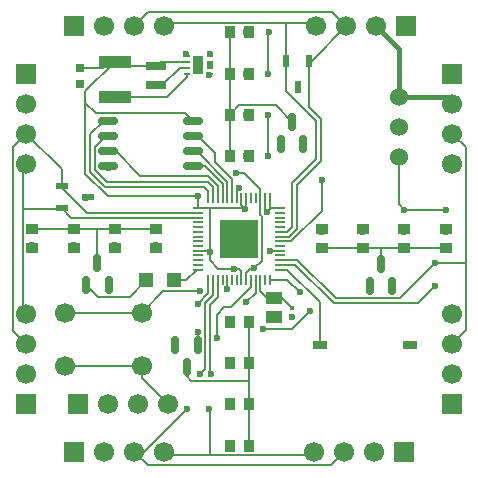
<source format=gbr>
%TF.GenerationSoftware,KiCad,Pcbnew,9.0.6*%
%TF.CreationDate,2025-12-07T19:20:43-08:00*%
%TF.ProjectId,redstone,72656473-746f-46e6-952e-6b696361645f,rev?*%
%TF.SameCoordinates,Original*%
%TF.FileFunction,Copper,L1,Top*%
%TF.FilePolarity,Positive*%
%FSLAX46Y46*%
G04 Gerber Fmt 4.6, Leading zero omitted, Abs format (unit mm)*
G04 Created by KiCad (PCBNEW 9.0.6) date 2025-12-07 19:20:43*
%MOMM*%
%LPD*%
G01*
G04 APERTURE LIST*
G04 Aperture macros list*
%AMRoundRect*
0 Rectangle with rounded corners*
0 $1 Rounding radius*
0 $2 $3 $4 $5 $6 $7 $8 $9 X,Y pos of 4 corners*
0 Add a 4 corners polygon primitive as box body*
4,1,4,$2,$3,$4,$5,$6,$7,$8,$9,$2,$3,0*
0 Add four circle primitives for the rounded corners*
1,1,$1+$1,$2,$3*
1,1,$1+$1,$4,$5*
1,1,$1+$1,$6,$7*
1,1,$1+$1,$8,$9*
0 Add four rect primitives between the rounded corners*
20,1,$1+$1,$2,$3,$4,$5,0*
20,1,$1+$1,$4,$5,$6,$7,0*
20,1,$1+$1,$6,$7,$8,$9,0*
20,1,$1+$1,$8,$9,$2,$3,0*%
G04 Aperture macros list end*
%TA.AperFunction,SMDPad,CuDef*%
%ADD10R,1.000000X0.950000*%
%TD*%
%TA.AperFunction,ComponentPad*%
%ADD11C,1.524000*%
%TD*%
%TA.AperFunction,SMDPad,CuDef*%
%ADD12R,0.950000X1.000000*%
%TD*%
%TA.AperFunction,SMDPad,CuDef*%
%ADD13RoundRect,0.150000X-0.150000X0.587500X-0.150000X-0.587500X0.150000X-0.587500X0.150000X0.587500X0*%
%TD*%
%TA.AperFunction,ComponentPad*%
%ADD14C,1.700000*%
%TD*%
%TA.AperFunction,SMDPad,CuDef*%
%ADD15RoundRect,0.062500X0.187500X0.062500X-0.187500X0.062500X-0.187500X-0.062500X0.187500X-0.062500X0*%
%TD*%
%TA.AperFunction,HeatsinkPad*%
%ADD16C,0.600000*%
%TD*%
%TA.AperFunction,SMDPad,CuDef*%
%ADD17R,0.900000X1.600000*%
%TD*%
%TA.AperFunction,SMDPad,CuDef*%
%ADD18RoundRect,0.150000X0.150000X-0.587500X0.150000X0.587500X-0.150000X0.587500X-0.150000X-0.587500X0*%
%TD*%
%TA.AperFunction,ComponentPad*%
%ADD19R,1.700000X1.700000*%
%TD*%
%TA.AperFunction,SMDPad,CuDef*%
%ADD20R,0.420000X0.460000*%
%TD*%
%TA.AperFunction,SMDPad,CuDef*%
%ADD21R,1.800000X0.800000*%
%TD*%
%TA.AperFunction,SMDPad,CuDef*%
%ADD22R,1.150000X1.250000*%
%TD*%
%TA.AperFunction,SMDPad,CuDef*%
%ADD23R,0.700000X0.650000*%
%TD*%
%TA.AperFunction,SMDPad,CuDef*%
%ADD24R,2.700000X1.100000*%
%TD*%
%TA.AperFunction,SMDPad,CuDef*%
%ADD25R,1.100000X0.600000*%
%TD*%
%TA.AperFunction,SMDPad,CuDef*%
%ADD26RoundRect,0.162500X-0.650000X-0.162500X0.650000X-0.162500X0.650000X0.162500X-0.650000X0.162500X0*%
%TD*%
%TA.AperFunction,SMDPad,CuDef*%
%ADD27RoundRect,0.050000X-0.387500X-0.050000X0.387500X-0.050000X0.387500X0.050000X-0.387500X0.050000X0*%
%TD*%
%TA.AperFunction,SMDPad,CuDef*%
%ADD28RoundRect,0.050000X-0.050000X-0.387500X0.050000X-0.387500X0.050000X0.387500X-0.050000X0.387500X0*%
%TD*%
%TA.AperFunction,HeatsinkPad*%
%ADD29R,3.200000X3.200000*%
%TD*%
%TA.AperFunction,SMDPad,CuDef*%
%ADD30R,1.470000X1.020000*%
%TD*%
%TA.AperFunction,SMDPad,CuDef*%
%ADD31R,0.600000X1.100000*%
%TD*%
%TA.AperFunction,SMDPad,CuDef*%
%ADD32R,1.270000X0.760000*%
%TD*%
%TA.AperFunction,ViaPad*%
%ADD33C,0.600000*%
%TD*%
%TA.AperFunction,Conductor*%
%ADD34C,0.200000*%
%TD*%
%TA.AperFunction,Conductor*%
%ADD35C,0.400000*%
%TD*%
G04 APERTURE END LIST*
D10*
%TO.P,D5,1,K*%
%TO.N,Net-(D5-K)*%
X152500000Y-55800000D03*
%TO.P,D5,2,A*%
%TO.N,Net-(D5-A)*%
X152500000Y-54200000D03*
%TD*%
D11*
%TO.P,U2,1,Vin*%
%TO.N,VCC*%
X148500000Y-43000000D03*
%TO.P,U2,2,GND*%
%TO.N,GND*%
X148500000Y-45540000D03*
%TO.P,U2,3,Vout*%
%TO.N,/5V_LOCAL*%
X148500000Y-48080000D03*
%TD*%
D12*
%TO.P,D2,1,K*%
%TO.N,Net-(D1-K)*%
X134200000Y-41000000D03*
%TO.P,D2,2,A*%
%TO.N,Net-(D2-A)*%
X135800000Y-41000000D03*
%TD*%
%TO.P,D4,1,K*%
%TO.N,Net-(D1-K)*%
X134200000Y-48000000D03*
%TO.P,D4,2,A*%
%TO.N,Net-(D4-A)*%
X135800000Y-48000000D03*
%TD*%
D10*
%TO.P,D8,1,K*%
%TO.N,Net-(D5-K)*%
X142000000Y-55800000D03*
%TO.P,D8,2,A*%
%TO.N,Net-(D8-A)*%
X142000000Y-54200000D03*
%TD*%
D12*
%TO.P,D3,1,K*%
%TO.N,Net-(D1-K)*%
X134200000Y-44500000D03*
%TO.P,D3,2,A*%
%TO.N,Net-(D3-A)*%
X135800000Y-44500000D03*
%TD*%
D13*
%TO.P,Q3,1,B*%
%TO.N,Net-(Q3-B)*%
X131500000Y-64000000D03*
%TO.P,Q3,2,E*%
%TO.N,GND*%
X129600000Y-64000000D03*
%TO.P,Q3,3,C*%
%TO.N,Net-(D10-K)*%
X130550000Y-65875000D03*
%TD*%
D14*
%TO.P,SW1,1,A*%
%TO.N,/3.3V_LOCAL*%
X126750000Y-65750000D03*
X120250000Y-65750000D03*
%TO.P,SW1,2,B*%
%TO.N,Net-(SW1-B)*%
X126750000Y-61250000D03*
X120250000Y-61250000D03*
%TD*%
D15*
%TO.P,U3,1,PGND*%
%TO.N,GND*%
X132500000Y-41000000D03*
%TO.P,U3,2,VIN*%
%TO.N,/5V_LOCAL*%
X132500000Y-40500000D03*
%TO.P,U3,3,EN*%
X132500000Y-40000000D03*
%TO.P,U3,4,AGND*%
%TO.N,GND*%
X132500000Y-39500000D03*
%TO.P,U3,5,FB*%
X130600000Y-39500000D03*
%TO.P,U3,6,VOS*%
%TO.N,/3.3V_LOCAL*%
X130600000Y-40000000D03*
%TO.P,U3,7,SW*%
%TO.N,Net-(U3-SW)*%
X130600000Y-40500000D03*
%TO.P,U3,8,PG*%
%TO.N,Net-(U3-PG)*%
X130600000Y-41000000D03*
D16*
%TO.P,U3,9,PAD*%
%TO.N,GND*%
X131550000Y-40750000D03*
D17*
X131550000Y-40250000D03*
D16*
X131550000Y-39750000D03*
%TD*%
D18*
%TO.P,Q2,1,B*%
%TO.N,Net-(Q2-B)*%
X146050000Y-59000000D03*
%TO.P,Q2,2,E*%
%TO.N,GND*%
X147950000Y-59000000D03*
%TO.P,Q2,3,C*%
%TO.N,Net-(D5-K)*%
X147000000Y-57125000D03*
%TD*%
D19*
%TO.P,J9,1,Pin_1*%
%TO.N,GND*%
X121380000Y-69000000D03*
D14*
%TO.P,J9,2,Pin_2*%
%TO.N,Net-(J9-Pin_2)*%
X123920000Y-69000000D03*
%TO.P,J9,3,Pin_3*%
%TO.N,Net-(J9-Pin_3)*%
X126460000Y-69000000D03*
%TO.P,J9,4,Pin_4*%
%TO.N,/3.3V_LOCAL*%
X129000000Y-69000000D03*
%TD*%
D20*
%TO.P,C7,1,1*%
%TO.N,Net-(SW1-B)*%
X139500000Y-60840000D03*
%TO.P,C7,2,2*%
%TO.N,GND*%
X139500000Y-61500000D03*
%TD*%
D19*
%TO.P,J8,1,Pin_1*%
%TO.N,GND*%
X116975000Y-69000000D03*
D14*
%TO.P,J8,2,Pin_2*%
%TO.N,VCC*%
X116975000Y-66460000D03*
%TO.P,J8,3,Pin_3*%
%TO.N,/W_TX*%
X116975000Y-63920000D03*
%TO.P,J8,4,Pin_4*%
%TO.N,/W_RX*%
X116975000Y-61380000D03*
%TD*%
D19*
%TO.P,J4,1,Pin_1*%
%TO.N,GND*%
X153000000Y-69000000D03*
D14*
%TO.P,J4,2,Pin_2*%
%TO.N,VCC*%
X153000000Y-66460000D03*
%TO.P,J4,3,Pin_3*%
%TO.N,/E_TX*%
X153000000Y-63920000D03*
%TO.P,J4,4,Pin_4*%
%TO.N,/E_RX*%
X153000000Y-61380000D03*
%TD*%
D21*
%TO.P,L1,1,1*%
%TO.N,/3.3V_LOCAL*%
X128000000Y-40400000D03*
%TO.P,L1,2,2*%
%TO.N,Net-(U3-SW)*%
X128000000Y-42000000D03*
%TD*%
D22*
%TO.P,R21,1*%
%TO.N,Net-(Q4-B)*%
X127150000Y-58500000D03*
%TO.P,R21,2*%
%TO.N,Net-(U1-GPIO11)*%
X129500000Y-58500000D03*
%TD*%
D12*
%TO.P,D1,1,K*%
%TO.N,Net-(D1-K)*%
X134200000Y-37500000D03*
%TO.P,D1,2,A*%
%TO.N,Net-(D1-A)*%
X135800000Y-37500000D03*
%TD*%
D18*
%TO.P,Q4,1,B*%
%TO.N,Net-(Q4-B)*%
X122050000Y-58875000D03*
%TO.P,Q4,2,E*%
%TO.N,GND*%
X123950000Y-58875000D03*
%TO.P,Q4,3,C*%
%TO.N,Net-(D13-K)*%
X123000000Y-57000000D03*
%TD*%
D19*
%TO.P,J1,1,Pin_1*%
%TO.N,GND*%
X121000000Y-37000000D03*
D14*
%TO.P,J1,2,Pin_2*%
%TO.N,VCC*%
X123540000Y-37000000D03*
%TO.P,J1,3,Pin_3*%
%TO.N,/N_TX*%
X126080000Y-37000000D03*
%TO.P,J1,4,Pin_4*%
%TO.N,/N_RX*%
X128620000Y-37000000D03*
%TD*%
D12*
%TO.P,D10,1,K*%
%TO.N,Net-(D10-K)*%
X135800000Y-69000000D03*
%TO.P,D10,2,A*%
%TO.N,Net-(D10-A)*%
X134200000Y-69000000D03*
%TD*%
D23*
%TO.P,C5,1,1*%
%TO.N,/3.3V_LOCAL*%
X121500000Y-40500000D03*
%TO.P,C5,2,2*%
%TO.N,GND*%
X121500000Y-41850000D03*
%TD*%
D10*
%TO.P,D16,1,K*%
%TO.N,Net-(D13-K)*%
X128000000Y-54200000D03*
%TO.P,D16,2,A*%
%TO.N,Net-(D16-A)*%
X128000000Y-55800000D03*
%TD*%
D24*
%TO.P,R17,1*%
%TO.N,/3.3V_LOCAL*%
X124500000Y-40000000D03*
%TO.P,R17,2*%
%TO.N,Net-(U3-PG)*%
X124500000Y-43000000D03*
%TD*%
D19*
%TO.P,J2,1,Pin_1*%
%TO.N,GND*%
X149120000Y-37000000D03*
D14*
%TO.P,J2,2,Pin_2*%
%TO.N,VCC*%
X146580000Y-37000000D03*
%TO.P,J2,3,Pin_3*%
%TO.N,/N_TX*%
X144040000Y-37000000D03*
%TO.P,J2,4,Pin_4*%
%TO.N,/N_RX*%
X141500000Y-37000000D03*
%TD*%
D25*
%TO.P,D21,1,K1*%
%TO.N,/W_TX*%
X120000000Y-50500000D03*
%TO.P,D21,2,K2*%
%TO.N,/W_RX*%
X120000000Y-52400000D03*
%TO.P,D21,3,COM_A*%
%TO.N,GND*%
X122200000Y-51450000D03*
%TD*%
D10*
%TO.P,D13,1,K*%
%TO.N,Net-(D13-K)*%
X117500000Y-54200000D03*
%TO.P,D13,2,A*%
%TO.N,Net-(D13-A)*%
X117500000Y-55800000D03*
%TD*%
D12*
%TO.P,D9,1,K*%
%TO.N,Net-(D10-K)*%
X135800000Y-72500000D03*
%TO.P,D9,2,A*%
%TO.N,Net-(D9-A)*%
X134200000Y-72500000D03*
%TD*%
%TO.P,D12,1,K*%
%TO.N,Net-(D10-K)*%
X135800000Y-62000000D03*
%TO.P,D12,2,A*%
%TO.N,Net-(D12-A)*%
X134200000Y-62000000D03*
%TD*%
D10*
%TO.P,D6,1,K*%
%TO.N,Net-(D5-K)*%
X149000000Y-55800000D03*
%TO.P,D6,2,A*%
%TO.N,Net-(D6-A)*%
X149000000Y-54200000D03*
%TD*%
%TO.P,D15,1,K*%
%TO.N,Net-(D13-K)*%
X124500000Y-54200000D03*
%TO.P,D15,2,A*%
%TO.N,Net-(D15-A)*%
X124500000Y-55800000D03*
%TD*%
D12*
%TO.P,D11,1,K*%
%TO.N,Net-(D10-K)*%
X135800000Y-65500000D03*
%TO.P,D11,2,A*%
%TO.N,Net-(D11-A)*%
X134200000Y-65500000D03*
%TD*%
D26*
%TO.P,U5,1,~{CS}*%
%TO.N,Net-(U1-QSPI_SS)*%
X123912500Y-45000000D03*
%TO.P,U5,2,DO/IO_{1}*%
%TO.N,Net-(U1-QSPI_SD1)*%
X123912500Y-46270000D03*
%TO.P,U5,3,~{WP}/IO_{2}*%
%TO.N,Net-(U1-QSPI_SD2)*%
X123912500Y-47540000D03*
%TO.P,U5,4,GND*%
%TO.N,GND*%
X123912500Y-48810000D03*
%TO.P,U5,5,DI/IO_{0}*%
%TO.N,Net-(U1-QSPI_SD0)*%
X131087500Y-48810000D03*
%TO.P,U5,6,CLK*%
%TO.N,Net-(U1-QSPI_SCLK)*%
X131087500Y-47540000D03*
%TO.P,U5,7,~{HOLD}/~{RESET}/IO_{3}*%
%TO.N,Net-(U1-QSPI_SD3)*%
X131087500Y-46270000D03*
%TO.P,U5,8,VCC*%
%TO.N,/3.3V_LOCAL*%
X131087500Y-45000000D03*
%TD*%
D19*
%TO.P,J6,1,Pin_1*%
%TO.N,GND*%
X149000000Y-73025000D03*
D14*
%TO.P,J6,2,Pin_2*%
%TO.N,VCC*%
X146460000Y-73025000D03*
%TO.P,J6,3,Pin_3*%
%TO.N,/S_TX*%
X143920000Y-73025000D03*
%TO.P,J6,4,Pin_4*%
%TO.N,/S_RX*%
X141380000Y-73025000D03*
%TD*%
D27*
%TO.P,U1,1,IOVDD*%
%TO.N,/3.3V_LOCAL*%
X131562500Y-52400000D03*
%TO.P,U1,2,GPIO0*%
%TO.N,/W_TX*%
X131562500Y-52800001D03*
%TO.P,U1,3,GPIO1*%
%TO.N,/W_RX*%
X131562500Y-53200000D03*
%TO.P,U1,4,GPIO2*%
%TO.N,unconnected-(U1-GPIO2-Pad4)*%
X131562500Y-53600000D03*
%TO.P,U1,5,GPIO3*%
%TO.N,unconnected-(U1-GPIO3-Pad5)*%
X131562500Y-54000000D03*
%TO.P,U1,6,GPIO4*%
%TO.N,unconnected-(U1-GPIO4-Pad6)*%
X131562500Y-54399999D03*
%TO.P,U1,7,GPIO5*%
%TO.N,unconnected-(U1-GPIO5-Pad7)*%
X131562500Y-54800000D03*
%TO.P,U1,8,GPIO6*%
%TO.N,unconnected-(U1-GPIO6-Pad8)*%
X131562500Y-55200000D03*
%TO.P,U1,9,GPIO7*%
%TO.N,unconnected-(U1-GPIO7-Pad9)*%
X131562500Y-55600001D03*
%TO.P,U1,10,IOVDD*%
%TO.N,/3.3V_LOCAL*%
X131562500Y-56000000D03*
%TO.P,U1,11,GPIO8*%
%TO.N,unconnected-(U1-GPIO8-Pad11)*%
X131562500Y-56400000D03*
%TO.P,U1,12,GPIO9*%
%TO.N,unconnected-(U1-GPIO9-Pad12)*%
X131562500Y-56800000D03*
%TO.P,U1,13,GPIO10*%
%TO.N,unconnected-(U1-GPIO10-Pad13)*%
X131562500Y-57199999D03*
%TO.P,U1,14,GPIO11*%
%TO.N,Net-(U1-GPIO11)*%
X131562500Y-57600000D03*
D28*
%TO.P,U1,15,GPIO12*%
%TO.N,Net-(U1-GPIO12)*%
X132400000Y-58437500D03*
%TO.P,U1,16,GPIO13*%
%TO.N,/S_TX*%
X132800001Y-58437500D03*
%TO.P,U1,17,GPIO14*%
%TO.N,/S_RX*%
X133200000Y-58437500D03*
%TO.P,U1,18,GPIO15*%
%TO.N,unconnected-(U1-GPIO15-Pad18)*%
X133600000Y-58437500D03*
%TO.P,U1,19,TESTEN*%
%TO.N,GND*%
X134000000Y-58437500D03*
%TO.P,U1,20,XIN*%
%TO.N,unconnected-(U1-XIN-Pad20)*%
X134399999Y-58437500D03*
%TO.P,U1,21,XOUT*%
%TO.N,unconnected-(U1-XOUT-Pad21)*%
X134800000Y-58437500D03*
%TO.P,U1,22,IOVDD*%
%TO.N,/3.3V_LOCAL*%
X135200000Y-58437500D03*
%TO.P,U1,23,DVDD*%
%TO.N,Net-(U1-VREG_VOUT)*%
X135600001Y-58437500D03*
%TO.P,U1,24,SWCLK*%
%TO.N,Net-(J9-Pin_3)*%
X136000000Y-58437500D03*
%TO.P,U1,25,SWD*%
%TO.N,Net-(J9-Pin_2)*%
X136400000Y-58437500D03*
%TO.P,U1,26,RUN*%
%TO.N,Net-(SW1-B)*%
X136800000Y-58437500D03*
%TO.P,U1,27,GPIO16*%
%TO.N,unconnected-(U1-GPIO16-Pad27)*%
X137199999Y-58437500D03*
%TO.P,U1,28,GPIO17*%
%TO.N,Net-(U1-GPIO17)*%
X137600000Y-58437500D03*
D27*
%TO.P,U1,29,GPIO18*%
%TO.N,Net-(U1-GPIO18)*%
X138437500Y-57600000D03*
%TO.P,U1,30,GPIO19*%
%TO.N,/E_RX*%
X138437500Y-57199999D03*
%TO.P,U1,31,GPIO20*%
%TO.N,/E_TX*%
X138437500Y-56800000D03*
%TO.P,U1,32,GPIO21*%
%TO.N,unconnected-(U1-GPIO21-Pad32)*%
X138437500Y-56400000D03*
%TO.P,U1,33,IOVDD*%
%TO.N,/3.3V_LOCAL*%
X138437500Y-56000000D03*
%TO.P,U1,34,GPIO22*%
%TO.N,unconnected-(U1-GPIO22-Pad34)*%
X138437500Y-55600001D03*
%TO.P,U1,35,GPIO23*%
%TO.N,Net-(U1-GPIO23)*%
X138437500Y-55200000D03*
%TO.P,U1,36,GPIO24*%
%TO.N,/N_TX*%
X138437500Y-54800000D03*
%TO.P,U1,37,GPIO25*%
%TO.N,/N_RX*%
X138437500Y-54399999D03*
%TO.P,U1,38,GPIO26_ADC0*%
%TO.N,unconnected-(U1-GPIO26_ADC0-Pad38)*%
X138437500Y-54000000D03*
%TO.P,U1,39,GPIO27_ADC1*%
%TO.N,unconnected-(U1-GPIO27_ADC1-Pad39)*%
X138437500Y-53600000D03*
%TO.P,U1,40,GPIO28_ADC2*%
%TO.N,unconnected-(U1-GPIO28_ADC2-Pad40)*%
X138437500Y-53200000D03*
%TO.P,U1,41,GPIO29_ADC3*%
%TO.N,unconnected-(U1-GPIO29_ADC3-Pad41)*%
X138437500Y-52800001D03*
%TO.P,U1,42,IOVDD*%
%TO.N,/3.3V_LOCAL*%
X138437500Y-52400000D03*
D28*
%TO.P,U1,43,ADC_AVDD*%
X137600000Y-51562500D03*
%TO.P,U1,44,VREG_IN*%
X137199999Y-51562500D03*
%TO.P,U1,45,VREG_VOUT*%
%TO.N,Net-(U1-VREG_VOUT)*%
X136800000Y-51562500D03*
%TO.P,U1,46,USB_DM*%
%TO.N,unconnected-(U1-USB_DM-Pad46)*%
X136400000Y-51562500D03*
%TO.P,U1,47,USB_DP*%
%TO.N,unconnected-(U1-USB_DP-Pad47)*%
X136000000Y-51562500D03*
%TO.P,U1,48,USB_VDD*%
%TO.N,/3.3V_LOCAL*%
X135600001Y-51562500D03*
%TO.P,U1,49,IOVDD*%
X135200000Y-51562500D03*
%TO.P,U1,50,DVDD*%
%TO.N,Net-(U1-VREG_VOUT)*%
X134800000Y-51562500D03*
%TO.P,U1,51,QSPI_SD3*%
%TO.N,Net-(U1-QSPI_SD3)*%
X134399999Y-51562500D03*
%TO.P,U1,52,QSPI_SCLK*%
%TO.N,Net-(U1-QSPI_SCLK)*%
X134000000Y-51562500D03*
%TO.P,U1,53,QSPI_SD0*%
%TO.N,Net-(U1-QSPI_SD0)*%
X133600000Y-51562500D03*
%TO.P,U1,54,QSPI_SD2*%
%TO.N,Net-(U1-QSPI_SD2)*%
X133200000Y-51562500D03*
%TO.P,U1,55,QSPI_SD1*%
%TO.N,Net-(U1-QSPI_SD1)*%
X132800001Y-51562500D03*
%TO.P,U1,56,QSPI_SS*%
%TO.N,Net-(U1-QSPI_SS)*%
X132400000Y-51562500D03*
D29*
%TO.P,U1,57,GND*%
%TO.N,GND*%
X135000000Y-55000000D03*
%TD*%
D30*
%TO.P,C6,1,1*%
%TO.N,Net-(SW1-B)*%
X138000000Y-60000000D03*
%TO.P,C6,2,2*%
%TO.N,GND*%
X138000000Y-61600000D03*
%TD*%
D19*
%TO.P,J5,1,Pin_1*%
%TO.N,GND*%
X121000000Y-73000000D03*
D14*
%TO.P,J5,2,Pin_2*%
%TO.N,VCC*%
X123540000Y-73000000D03*
%TO.P,J5,3,Pin_3*%
%TO.N,/S_TX*%
X126080000Y-73000000D03*
%TO.P,J5,4,Pin_4*%
%TO.N,/S_RX*%
X128620000Y-73000000D03*
%TD*%
D31*
%TO.P,D17,1,K1*%
%TO.N,/N_TX*%
X140900000Y-39900000D03*
%TO.P,D17,2,K2*%
%TO.N,/N_RX*%
X139000000Y-39900000D03*
%TO.P,D17,3,COM_A*%
%TO.N,GND*%
X139950000Y-42100000D03*
%TD*%
D19*
%TO.P,J7,1,Pin_1*%
%TO.N,GND*%
X117000000Y-41000000D03*
D14*
%TO.P,J7,2,Pin_2*%
%TO.N,VCC*%
X117000000Y-43540000D03*
%TO.P,J7,3,Pin_3*%
%TO.N,/W_TX*%
X117000000Y-46080000D03*
%TO.P,J7,4,Pin_4*%
%TO.N,/W_RX*%
X117000000Y-48620000D03*
%TD*%
D32*
%TO.P,SW2,1*%
%TO.N,Net-(U1-GPIO18)*%
X141880000Y-64000000D03*
%TO.P,SW2,2*%
%TO.N,GND*%
X149500000Y-64000000D03*
%TD*%
D18*
%TO.P,Q1,1,B*%
%TO.N,Net-(Q1-B)*%
X138550000Y-46937500D03*
%TO.P,Q1,2,E*%
%TO.N,GND*%
X140450000Y-46937500D03*
%TO.P,Q1,3,C*%
%TO.N,Net-(D1-K)*%
X139500000Y-45062500D03*
%TD*%
D19*
%TO.P,J3,1,Pin_1*%
%TO.N,GND*%
X153025000Y-41000000D03*
D14*
%TO.P,J3,2,Pin_2*%
%TO.N,VCC*%
X153025000Y-43540000D03*
%TO.P,J3,3,Pin_3*%
%TO.N,/E_TX*%
X153025000Y-46080000D03*
%TO.P,J3,4,Pin_4*%
%TO.N,/E_RX*%
X153025000Y-48620000D03*
%TD*%
D10*
%TO.P,D14,1,K*%
%TO.N,Net-(D13-K)*%
X121000000Y-54200000D03*
%TO.P,D14,2,A*%
%TO.N,Net-(D14-A)*%
X121000000Y-55800000D03*
%TD*%
%TO.P,D7,1,K*%
%TO.N,Net-(D5-K)*%
X145500000Y-55800000D03*
%TO.P,D7,2,A*%
%TO.N,Net-(D7-A)*%
X145500000Y-54200000D03*
%TD*%
D33*
%TO.N,/5V_LOCAL*%
X132580000Y-40280000D03*
X137450000Y-48000000D03*
X137450000Y-41000000D03*
X141036492Y-61068109D03*
X137500000Y-37500000D03*
X149000000Y-52550000D03*
X137000000Y-62610002D03*
X152500000Y-52550000D03*
X137450000Y-44500000D03*
%TO.N,GND*%
X135000000Y-56000000D03*
X132538845Y-39375000D03*
X132461137Y-41125000D03*
X134000000Y-54000000D03*
X134000000Y-56000000D03*
X136000000Y-55000000D03*
X136000000Y-56000000D03*
X139454556Y-61570000D03*
X122000000Y-51500000D03*
X135000000Y-55000000D03*
X135000000Y-54000000D03*
X130503362Y-39375000D03*
X136000000Y-54000000D03*
X148000000Y-59000000D03*
X121500000Y-42000000D03*
X134000000Y-55000000D03*
X149500000Y-64000000D03*
X133994967Y-59254202D03*
X140500000Y-47000000D03*
X138000000Y-61500000D03*
X139950000Y-42100000D03*
X124000000Y-59000000D03*
X124000000Y-49000000D03*
X129500000Y-64000000D03*
%TO.N,/3.3V_LOCAL*%
X137400000Y-52700000D03*
X134533207Y-57506166D03*
X132500000Y-56100000D03*
X131500000Y-51400000D03*
X137624698Y-56000134D03*
X135500000Y-52429998D03*
%TO.N,Net-(U1-VREG_VOUT)*%
X134770000Y-49421471D03*
X134999999Y-50645229D03*
X136300000Y-57500000D03*
%TO.N,Net-(D1-A)*%
X135550000Y-37500000D03*
%TO.N,Net-(D2-A)*%
X135550000Y-41000000D03*
%TO.N,Net-(D3-A)*%
X135550000Y-44500000D03*
%TO.N,Net-(D4-A)*%
X135550000Y-48000000D03*
%TO.N,Net-(D5-A)*%
X152500000Y-54450000D03*
%TO.N,Net-(D6-A)*%
X149000000Y-54450000D03*
%TO.N,Net-(D7-A)*%
X145500000Y-54450000D03*
%TO.N,Net-(D8-A)*%
X142000000Y-54450000D03*
%TO.N,Net-(D9-A)*%
X134200000Y-72500000D03*
%TO.N,Net-(D10-A)*%
X134200000Y-69000000D03*
%TO.N,Net-(D11-A)*%
X134200000Y-65500000D03*
%TO.N,Net-(D12-A)*%
X134200000Y-62000000D03*
%TO.N,Net-(D13-A)*%
X117500000Y-55550000D03*
%TO.N,Net-(D14-A)*%
X121000000Y-55550000D03*
%TO.N,Net-(D15-A)*%
X124500000Y-55550000D03*
%TO.N,Net-(D16-A)*%
X128000000Y-55550000D03*
%TO.N,/E_TX*%
X151600000Y-57050000D03*
%TO.N,/E_RX*%
X151600000Y-58950000D03*
%TO.N,/S_RX*%
X132450000Y-69400000D03*
X132583255Y-66400000D03*
%TO.N,/S_TX*%
X130550000Y-69400000D03*
X131734728Y-66400000D03*
%TO.N,Net-(J9-Pin_3)*%
X133102000Y-63428974D03*
%TO.N,Net-(J9-Pin_2)*%
X135574528Y-60374000D03*
%TO.N,Net-(Q1-B)*%
X138550000Y-46937500D03*
%TO.N,Net-(Q2-B)*%
X146050000Y-59000000D03*
%TO.N,Net-(Q3-B)*%
X131500000Y-62850000D03*
%TO.N,Net-(U1-GPIO17)*%
X140150000Y-59500000D03*
%TO.N,Net-(U1-GPIO23)*%
X142000000Y-50000000D03*
%TO.N,Net-(U1-GPIO12)*%
X131500000Y-60500000D03*
%TO.N,Net-(SW1-B)*%
X131725735Y-59424998D03*
X137811085Y-59758819D03*
%TD*%
D34*
%TO.N,/5V_LOCAL*%
X132500000Y-40000000D02*
X132500000Y-40500000D01*
X148500000Y-48080000D02*
X148500000Y-52050000D01*
X149000000Y-52550000D02*
X152500000Y-52550000D01*
X132500000Y-40360000D02*
X132580000Y-40280000D01*
X132500000Y-40500000D02*
X132500000Y-40360000D01*
X139494599Y-62610002D02*
X137000000Y-62610002D01*
X137450000Y-44500000D02*
X137450000Y-48000000D01*
X137500000Y-37500000D02*
X137450000Y-37550000D01*
X137450000Y-37550000D02*
X137450000Y-41000000D01*
X139494599Y-62610002D02*
X141036492Y-61068109D01*
X148500000Y-52050000D02*
X149000000Y-52550000D01*
%TO.N,GND*%
X122050000Y-51450000D02*
X122000000Y-51500000D01*
X123912500Y-48912500D02*
X124000000Y-49000000D01*
X122200000Y-51450000D02*
X122050000Y-51450000D01*
X123950000Y-58875000D02*
X123950000Y-58950000D01*
X123950000Y-58950000D02*
X124000000Y-59000000D01*
X140450000Y-46950000D02*
X140500000Y-47000000D01*
X138100000Y-61500000D02*
X138000000Y-61600000D01*
X134000000Y-59249169D02*
X133994967Y-59254202D01*
X139500000Y-61500000D02*
X139500000Y-61524556D01*
X134000000Y-58437500D02*
X134000000Y-59249169D01*
X147900000Y-59000000D02*
X148000000Y-59000000D01*
X132500000Y-39413845D02*
X132538845Y-39375000D01*
X130600000Y-39500000D02*
X130600000Y-39471638D01*
X121500000Y-41850000D02*
X121500000Y-42000000D01*
X129600000Y-64000000D02*
X129500000Y-64000000D01*
X138000000Y-61600000D02*
X138000000Y-61500000D01*
X123912500Y-48810000D02*
X123912500Y-48912500D01*
X140450000Y-46937500D02*
X140450000Y-46950000D01*
X132500000Y-39500000D02*
X132500000Y-39413845D01*
X139500000Y-61524556D02*
X139454556Y-61570000D01*
X132500000Y-41086137D02*
X132461137Y-41125000D01*
X132500000Y-41000000D02*
X132500000Y-41086137D01*
X130600000Y-39471638D02*
X130503362Y-39375000D01*
%TO.N,/3.3V_LOCAL*%
X132500000Y-56100000D02*
X132500000Y-52400000D01*
X135600001Y-51562500D02*
X135600001Y-52329997D01*
X131562500Y-52400000D02*
X132500000Y-52400000D01*
X135600001Y-52329997D02*
X135500000Y-52429998D01*
X124500000Y-40000000D02*
X124000000Y-40000000D01*
X132500000Y-56810000D02*
X133196166Y-57506166D01*
X135470002Y-52400000D02*
X135500000Y-52429998D01*
X131562500Y-56000000D02*
X132400000Y-56000000D01*
X124000000Y-40000000D02*
X123500000Y-40500000D01*
X133196166Y-57506166D02*
X134533207Y-57506166D01*
X132500000Y-52400000D02*
X135470002Y-52400000D01*
X135200000Y-52129998D02*
X135500000Y-52429998D01*
X126750000Y-65750000D02*
X126750000Y-66750000D01*
X137199999Y-52499999D02*
X137400000Y-52700000D01*
X138437500Y-52400000D02*
X137700000Y-52400000D01*
X137199999Y-51562500D02*
X137199999Y-52499999D01*
X123500000Y-40500000D02*
X121500000Y-40500000D01*
X131562500Y-51462500D02*
X131500000Y-51400000D01*
X128400000Y-40000000D02*
X130600000Y-40000000D01*
X121997000Y-42503000D02*
X124500000Y-40000000D01*
X137600000Y-51562500D02*
X137600000Y-52500000D01*
X122871000Y-44374000D02*
X121997000Y-43500000D01*
X137700000Y-52400000D02*
X137400000Y-52700000D01*
X121997000Y-49501190D02*
X121997000Y-43500000D01*
X120250000Y-65750000D02*
X126750000Y-65750000D01*
X128000000Y-40400000D02*
X124900000Y-40400000D01*
X131087500Y-45000000D02*
X130461500Y-44374000D01*
X130461500Y-44374000D02*
X122871000Y-44374000D01*
X131500000Y-51400000D02*
X123895810Y-51400000D01*
X135200000Y-57700000D02*
X135006166Y-57506166D01*
X121997000Y-43500000D02*
X121997000Y-42503000D01*
X135200000Y-58437500D02*
X135200000Y-57700000D01*
X138437500Y-56000000D02*
X137624832Y-56000000D01*
X132500000Y-56100000D02*
X132500000Y-56810000D01*
X137624832Y-56000000D02*
X137624698Y-56000134D01*
X135006166Y-57506166D02*
X134533207Y-57506166D01*
X126750000Y-66750000D02*
X129000000Y-69000000D01*
X131562500Y-52400000D02*
X131562500Y-51462500D01*
X137600000Y-52500000D02*
X137400000Y-52700000D01*
X123895810Y-51400000D02*
X121997000Y-49501190D01*
X124900000Y-40400000D02*
X124500000Y-40000000D01*
X132400000Y-56000000D02*
X132500000Y-56100000D01*
X128000000Y-40400000D02*
X128400000Y-40000000D01*
X135200000Y-51562500D02*
X135200000Y-52129998D01*
D35*
%TO.N,VCC*%
X152485000Y-43000000D02*
X153025000Y-43540000D01*
X148500000Y-43000000D02*
X148500000Y-38920000D01*
X148500000Y-43000000D02*
X152485000Y-43000000D01*
X148500000Y-38920000D02*
X146580000Y-37000000D01*
D34*
%TO.N,Net-(U1-VREG_VOUT)*%
X136300000Y-57500000D02*
X136302000Y-57500000D01*
X135600001Y-57899999D02*
X136000000Y-57500000D01*
X136000000Y-57500000D02*
X136300000Y-57500000D01*
X136800000Y-52998000D02*
X136901000Y-53099000D01*
X136901000Y-53099000D02*
X136901000Y-56901000D01*
X136800000Y-51562500D02*
X136800000Y-50800000D01*
X134800000Y-51562500D02*
X134800000Y-50845228D01*
X136800000Y-50800000D02*
X135421471Y-49421471D01*
X136800000Y-51562500D02*
X136800000Y-52998000D01*
X134800000Y-50845228D02*
X134999999Y-50645229D01*
X135600001Y-58437500D02*
X135600001Y-57899999D01*
X135421471Y-49421471D02*
X134770000Y-49421471D01*
X136302000Y-57500000D02*
X136901000Y-56901000D01*
%TO.N,Net-(D1-K)*%
X135001000Y-43699000D02*
X138136500Y-43699000D01*
X134200000Y-48000000D02*
X134200000Y-43500000D01*
X138136500Y-43699000D02*
X139500000Y-45062500D01*
X134200000Y-44500000D02*
X135001000Y-43699000D01*
X134200000Y-43500000D02*
X134200000Y-37500000D01*
%TO.N,Net-(D1-A)*%
X135800000Y-37500000D02*
X135500000Y-37500000D01*
X135800000Y-37500000D02*
X135550000Y-37500000D01*
%TO.N,Net-(D2-A)*%
X135800000Y-41000000D02*
X135550000Y-41000000D01*
%TO.N,Net-(D3-A)*%
X135800000Y-44500000D02*
X135550000Y-44500000D01*
%TO.N,Net-(D4-A)*%
X135800000Y-48000000D02*
X135550000Y-48000000D01*
%TO.N,Net-(D5-A)*%
X152500000Y-54200000D02*
X152500000Y-54450000D01*
%TO.N,Net-(D5-K)*%
X147000000Y-55800000D02*
X152500000Y-55800000D01*
X147000000Y-57125000D02*
X147000000Y-55800000D01*
X142000000Y-55800000D02*
X147000000Y-55800000D01*
%TO.N,Net-(D6-A)*%
X149000000Y-54200000D02*
X149000000Y-54450000D01*
%TO.N,Net-(D7-A)*%
X145500000Y-54200000D02*
X145500000Y-54450000D01*
%TO.N,Net-(D8-A)*%
X142000000Y-54200000D02*
X142000000Y-54450000D01*
%TO.N,Net-(D9-A)*%
X134200000Y-72500000D02*
X134450000Y-72500000D01*
%TO.N,Net-(D10-K)*%
X130550000Y-65875000D02*
X130550000Y-66612499D01*
X135729000Y-67001000D02*
X135800000Y-66930000D01*
X135800000Y-66500000D02*
X135800000Y-66930000D01*
X135800000Y-68000000D02*
X135800000Y-72500000D01*
X130938501Y-67001000D02*
X135729000Y-67001000D01*
X130550000Y-66612499D02*
X130938501Y-67001000D01*
X135800000Y-64000000D02*
X135800000Y-66500000D01*
X135800000Y-62000000D02*
X135800000Y-64000000D01*
X135800000Y-66930000D02*
X135800000Y-68000000D01*
%TO.N,Net-(D10-A)*%
X134200000Y-69000000D02*
X134450000Y-69000000D01*
%TO.N,Net-(D11-A)*%
X134200000Y-65500000D02*
X134450000Y-65500000D01*
%TO.N,Net-(D12-A)*%
X134200000Y-62000000D02*
X134450000Y-62000000D01*
%TO.N,Net-(D13-A)*%
X117500000Y-55800000D02*
X117500000Y-55550000D01*
%TO.N,Net-(D13-K)*%
X123000000Y-57000000D02*
X123000000Y-54200000D01*
X122000000Y-54200000D02*
X123000000Y-54200000D01*
X117500000Y-54200000D02*
X122000000Y-54200000D01*
X123000000Y-54200000D02*
X128000000Y-54200000D01*
%TO.N,Net-(D14-A)*%
X121000000Y-55800000D02*
X121000000Y-55550000D01*
X121000000Y-55800000D02*
X121000000Y-55500000D01*
%TO.N,Net-(D15-A)*%
X124500000Y-55800000D02*
X124500000Y-55550000D01*
%TO.N,Net-(D16-A)*%
X128000000Y-55800000D02*
X128000000Y-55550000D01*
%TO.N,/N_RX*%
X141500000Y-48244206D02*
X139500000Y-50244206D01*
X139000000Y-39900000D02*
X139000000Y-36699000D01*
X139500000Y-54000000D02*
X139100001Y-54399999D01*
X139100001Y-54399999D02*
X138437500Y-54399999D01*
X141199000Y-36699000D02*
X141500000Y-37000000D01*
X141500000Y-45000000D02*
X141500000Y-48244206D01*
X139000000Y-36699000D02*
X128921000Y-36699000D01*
X128921000Y-36699000D02*
X128620000Y-37000000D01*
X139500000Y-50244206D02*
X139500000Y-54000000D01*
X139000000Y-39900000D02*
X139000000Y-42500000D01*
X139000000Y-36699000D02*
X141199000Y-36699000D01*
X139000000Y-42500000D02*
X141500000Y-45000000D01*
%TO.N,/N_TX*%
X138437500Y-54800000D02*
X139265102Y-54800000D01*
X140900000Y-43832900D02*
X140900000Y-39900000D01*
X141140000Y-39900000D02*
X144040000Y-37000000D01*
X139265102Y-54800000D02*
X139266101Y-54800999D01*
X142864000Y-35824000D02*
X144040000Y-37000000D01*
X141901000Y-48410306D02*
X139901000Y-50410306D01*
X127256000Y-35824000D02*
X142864000Y-35824000D01*
X140900000Y-43832900D02*
X141901000Y-44833900D01*
X127256000Y-35824000D02*
X126080000Y-37000000D01*
X139266101Y-54800999D02*
X139901000Y-54166100D01*
X141901000Y-44833900D02*
X141901000Y-48410306D01*
X139901000Y-54166100D02*
X139901000Y-50410306D01*
X140900000Y-39900000D02*
X141140000Y-39900000D01*
%TO.N,/E_TX*%
X154176000Y-62744000D02*
X153000000Y-63920000D01*
X138437500Y-56800000D02*
X139937754Y-56800000D01*
X143176254Y-60038500D02*
X148611500Y-60038500D01*
X148611500Y-60038500D02*
X151600000Y-57050000D01*
X151600000Y-57050000D02*
X154126000Y-57050000D01*
X154176000Y-47231000D02*
X154176000Y-57000000D01*
X154176000Y-57000000D02*
X154176000Y-58998765D01*
X154176000Y-59000000D02*
X154176000Y-62744000D01*
X153025000Y-46080000D02*
X154176000Y-47231000D01*
X154174765Y-59000000D02*
X154176000Y-59000000D01*
X154126000Y-57050000D02*
X154176000Y-57000000D01*
X139937754Y-56800000D02*
X143176254Y-60038500D01*
X154176000Y-58998765D02*
X154174765Y-59000000D01*
%TO.N,/E_RX*%
X143010154Y-60439500D02*
X150110500Y-60439500D01*
X139770653Y-57199999D02*
X143010154Y-60439500D01*
X150110500Y-60439500D02*
X151600000Y-58950000D01*
X138437500Y-57199999D02*
X139770653Y-57199999D01*
%TO.N,/S_RX*%
X128921000Y-73301000D02*
X128620000Y-73000000D01*
X132500000Y-73301000D02*
X128921000Y-73301000D01*
X132502000Y-66318745D02*
X132502000Y-60632200D01*
X132500000Y-73301000D02*
X141104000Y-73301000D01*
X132500000Y-73301000D02*
X132500000Y-69450000D01*
X141104000Y-73301000D02*
X141380000Y-73025000D01*
X132500000Y-69450000D02*
X132450000Y-69400000D01*
X132502000Y-60632200D02*
X133200000Y-59934200D01*
X133200000Y-59934200D02*
X133200000Y-58437500D01*
X132583255Y-66400000D02*
X132502000Y-66318745D01*
%TO.N,/S_TX*%
X143920000Y-73025000D02*
X142769000Y-74176000D01*
X132800001Y-59767099D02*
X132800001Y-58437500D01*
X142769000Y-74176000D02*
X127256000Y-74176000D01*
X126080000Y-73000000D02*
X126950000Y-73000000D01*
X132101000Y-66033728D02*
X132101000Y-60466100D01*
X131734728Y-66400000D02*
X132101000Y-66033728D01*
X126950000Y-73000000D02*
X130550000Y-69400000D01*
X132101000Y-60466100D02*
X132800001Y-59767099D01*
X127256000Y-74176000D02*
X126080000Y-73000000D01*
%TO.N,/W_RX*%
X119900000Y-52500000D02*
X120000000Y-52400000D01*
X120800000Y-53200000D02*
X120000000Y-52400000D01*
X116699000Y-52500000D02*
X116699000Y-48921000D01*
X131562500Y-53200000D02*
X120800000Y-53200000D01*
X116699000Y-48921000D02*
X117000000Y-48620000D01*
X116699000Y-52500000D02*
X119900000Y-52500000D01*
X116699000Y-52500000D02*
X116699000Y-61104000D01*
X116699000Y-61104000D02*
X116975000Y-61380000D01*
%TO.N,/W_TX*%
X131562500Y-52800001D02*
X122098001Y-52800001D01*
X115824000Y-62769000D02*
X116975000Y-63920000D01*
X115824000Y-47256000D02*
X115824000Y-62769000D01*
X120000000Y-49080000D02*
X117000000Y-46080000D01*
X120000000Y-50702000D02*
X120000000Y-50500000D01*
X120000000Y-50500000D02*
X120000000Y-49080000D01*
X117000000Y-46080000D02*
X115824000Y-47256000D01*
X122098001Y-52800001D02*
X120000000Y-50702000D01*
%TO.N,Net-(J9-Pin_3)*%
X133724999Y-60775001D02*
X134324999Y-60775001D01*
X134324999Y-60775001D02*
X136000000Y-59100000D01*
X133102000Y-63428974D02*
X133102000Y-61398000D01*
X133102000Y-61398000D02*
X133724999Y-60775001D01*
X136000000Y-59100000D02*
X136000000Y-58437500D01*
%TO.N,Net-(J9-Pin_2)*%
X135574528Y-60374000D02*
X135626000Y-60374000D01*
X135626000Y-60374000D02*
X136400000Y-59600000D01*
X136400000Y-59600000D02*
X136400000Y-58437500D01*
%TO.N,Net-(U3-SW)*%
X130000000Y-40500000D02*
X130600000Y-40500000D01*
X128500000Y-42000000D02*
X130000000Y-40500000D01*
X128000000Y-42000000D02*
X128500000Y-42000000D01*
%TO.N,Net-(Q3-B)*%
X131500000Y-64000000D02*
X131500000Y-62850000D01*
%TO.N,Net-(Q4-B)*%
X123088500Y-59913500D02*
X125736500Y-59913500D01*
X122050000Y-58875000D02*
X123088500Y-59913500D01*
X125736500Y-59913500D02*
X127150000Y-58500000D01*
%TO.N,Net-(U3-PG)*%
X128902000Y-43000000D02*
X130600000Y-41302000D01*
X124500000Y-43000000D02*
X128902000Y-43000000D01*
X130600000Y-41302000D02*
X130600000Y-41000000D01*
%TO.N,Net-(U1-GPIO17)*%
X137600000Y-58437500D02*
X139087500Y-58437500D01*
X139087500Y-58437500D02*
X140150000Y-59500000D01*
%TO.N,Net-(U1-QSPI_SD2)*%
X133200000Y-50475975D02*
X132362012Y-49637987D01*
X132362012Y-49637987D02*
X126637987Y-49637987D01*
X126637987Y-49637987D02*
X124540000Y-47540000D01*
X133200000Y-51562500D02*
X133200000Y-50475975D01*
X124540000Y-47540000D02*
X123912500Y-47540000D01*
X124490005Y-47635000D02*
X123912500Y-47635000D01*
%TO.N,Net-(U1-QSPI_SCLK)*%
X131493225Y-47635000D02*
X131087500Y-47635000D01*
X134000000Y-50141775D02*
X131493225Y-47635000D01*
X134000000Y-51562500D02*
X134000000Y-50141775D01*
%TO.N,Net-(U1-QSPI_SS)*%
X122398000Y-49335090D02*
X122398000Y-46152001D01*
X123550001Y-45000000D02*
X123912500Y-45000000D01*
X132400000Y-51562500D02*
X132400000Y-50900000D01*
X123405000Y-45095000D02*
X123912500Y-45095000D01*
X132400000Y-50900000D02*
X132072537Y-50572537D01*
X122398000Y-46152001D02*
X123550001Y-45000000D01*
X123635447Y-50572537D02*
X122398000Y-49335090D01*
X132072537Y-50572537D02*
X123635447Y-50572537D01*
%TO.N,Net-(U1-QSPI_SD3)*%
X134399999Y-51562500D02*
X134399999Y-49899999D01*
X133000000Y-47750000D02*
X131615000Y-46365000D01*
X131615000Y-46365000D02*
X131087500Y-46365000D01*
X133000000Y-48500000D02*
X133000000Y-47750000D01*
X134399999Y-49899999D02*
X133000000Y-48500000D01*
%TO.N,Net-(U1-QSPI_SD0)*%
X133600000Y-50308875D02*
X132101125Y-48810000D01*
X132101125Y-48810000D02*
X131087500Y-48810000D01*
X133600000Y-51562500D02*
X133600000Y-50308875D01*
%TO.N,Net-(U1-QSPI_SD1)*%
X132328462Y-50171537D02*
X123801547Y-50171537D01*
X132800001Y-51562500D02*
X132800001Y-50643076D01*
X123801547Y-50171537D02*
X122799000Y-49168990D01*
X132800001Y-50643076D02*
X132328462Y-50171537D01*
X122799000Y-47181010D02*
X123710010Y-46270000D01*
X122799000Y-49168990D02*
X122799000Y-47181010D01*
X123710010Y-46270000D02*
X123912500Y-46270000D01*
%TO.N,Net-(U1-GPIO23)*%
X139200000Y-55200000D02*
X138437500Y-55200000D01*
X139201000Y-55201000D02*
X139200000Y-55200000D01*
X139433200Y-55201000D02*
X139201000Y-55201000D01*
X142000000Y-52634200D02*
X139433200Y-55201000D01*
X142000000Y-50000000D02*
X142000000Y-52634200D01*
%TO.N,Net-(U1-GPIO11)*%
X131562500Y-57600000D02*
X131400000Y-57600000D01*
X131400000Y-57600000D02*
X130500000Y-58500000D01*
X130500000Y-58500000D02*
X129500000Y-58500000D01*
%TO.N,Net-(U1-GPIO12)*%
X132400000Y-58437500D02*
X132400000Y-59600000D01*
X132400000Y-59600000D02*
X131500000Y-60500000D01*
%TO.N,Net-(SW1-B)*%
X126750000Y-61250000D02*
X128575002Y-59424998D01*
X137367100Y-60000000D02*
X138000000Y-60000000D01*
X120250000Y-61250000D02*
X126750000Y-61250000D01*
X137811085Y-59758819D02*
X138000000Y-59947734D01*
X128575002Y-59424998D02*
X131725735Y-59424998D01*
X136800000Y-59432900D02*
X137367100Y-60000000D01*
X136800000Y-58437500D02*
X136800000Y-59432900D01*
X138000000Y-60000000D02*
X138660000Y-60000000D01*
X138660000Y-60000000D02*
X139500000Y-60840000D01*
X138000000Y-59947734D02*
X138000000Y-60000000D01*
%TO.N,Net-(U1-GPIO18)*%
X141880000Y-60380000D02*
X141880000Y-64000000D01*
X138437500Y-57600000D02*
X139100000Y-57600000D01*
X139100000Y-57600000D02*
X141880000Y-60380000D01*
%TD*%
M02*

</source>
